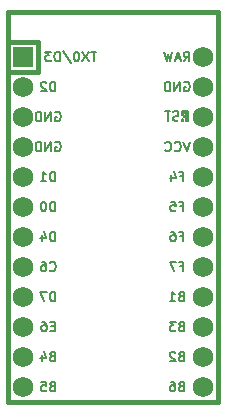
<source format=gbr>
%TF.GenerationSoftware,KiCad,Pcbnew,7.0.7*%
%TF.CreationDate,2023-09-27T07:47:07-06:00*%
%TF.ProjectId,keyboard - left,6b657962-6f61-4726-9420-2d206c656674,rev?*%
%TF.SameCoordinates,Original*%
%TF.FileFunction,Legend,Bot*%
%TF.FilePolarity,Positive*%
%FSLAX46Y46*%
G04 Gerber Fmt 4.6, Leading zero omitted, Abs format (unit mm)*
G04 Created by KiCad (PCBNEW 7.0.7) date 2023-09-27 07:47:07*
%MOMM*%
%LPD*%
G01*
G04 APERTURE LIST*
%ADD10C,0.150000*%
%ADD11C,0.381000*%
%ADD12R,1.752600X1.752600*%
%ADD13C,1.752600*%
G04 APERTURE END LIST*
D10*
X124527666Y-71673247D02*
X124794332Y-71673247D01*
X124794332Y-72092295D02*
X124794332Y-71292295D01*
X124794332Y-71292295D02*
X124413380Y-71292295D01*
X123727666Y-71292295D02*
X124108618Y-71292295D01*
X124108618Y-71292295D02*
X124146714Y-71673247D01*
X124146714Y-71673247D02*
X124108618Y-71635152D01*
X124108618Y-71635152D02*
X124032428Y-71597057D01*
X124032428Y-71597057D02*
X123841952Y-71597057D01*
X123841952Y-71597057D02*
X123765761Y-71635152D01*
X123765761Y-71635152D02*
X123727666Y-71673247D01*
X123727666Y-71673247D02*
X123689571Y-71749438D01*
X123689571Y-71749438D02*
X123689571Y-71939914D01*
X123689571Y-71939914D02*
X123727666Y-72016104D01*
X123727666Y-72016104D02*
X123765761Y-72054200D01*
X123765761Y-72054200D02*
X123841952Y-72092295D01*
X123841952Y-72092295D02*
X124032428Y-72092295D01*
X124032428Y-72092295D02*
X124108618Y-72054200D01*
X124108618Y-72054200D02*
X124146714Y-72016104D01*
X125327666Y-66212295D02*
X125060999Y-67012295D01*
X125060999Y-67012295D02*
X124794333Y-66212295D01*
X124070523Y-66936104D02*
X124108619Y-66974200D01*
X124108619Y-66974200D02*
X124222904Y-67012295D01*
X124222904Y-67012295D02*
X124299095Y-67012295D01*
X124299095Y-67012295D02*
X124413381Y-66974200D01*
X124413381Y-66974200D02*
X124489571Y-66898009D01*
X124489571Y-66898009D02*
X124527666Y-66821819D01*
X124527666Y-66821819D02*
X124565762Y-66669438D01*
X124565762Y-66669438D02*
X124565762Y-66555152D01*
X124565762Y-66555152D02*
X124527666Y-66402771D01*
X124527666Y-66402771D02*
X124489571Y-66326580D01*
X124489571Y-66326580D02*
X124413381Y-66250390D01*
X124413381Y-66250390D02*
X124299095Y-66212295D01*
X124299095Y-66212295D02*
X124222904Y-66212295D01*
X124222904Y-66212295D02*
X124108619Y-66250390D01*
X124108619Y-66250390D02*
X124070523Y-66288485D01*
X123270523Y-66936104D02*
X123308619Y-66974200D01*
X123308619Y-66974200D02*
X123422904Y-67012295D01*
X123422904Y-67012295D02*
X123499095Y-67012295D01*
X123499095Y-67012295D02*
X123613381Y-66974200D01*
X123613381Y-66974200D02*
X123689571Y-66898009D01*
X123689571Y-66898009D02*
X123727666Y-66821819D01*
X123727666Y-66821819D02*
X123765762Y-66669438D01*
X123765762Y-66669438D02*
X123765762Y-66555152D01*
X123765762Y-66555152D02*
X123727666Y-66402771D01*
X123727666Y-66402771D02*
X123689571Y-66326580D01*
X123689571Y-66326580D02*
X123613381Y-66250390D01*
X123613381Y-66250390D02*
X123499095Y-66212295D01*
X123499095Y-66212295D02*
X123422904Y-66212295D01*
X123422904Y-66212295D02*
X123308619Y-66250390D01*
X123308619Y-66250390D02*
X123270523Y-66288485D01*
X113891380Y-81833247D02*
X113624714Y-81833247D01*
X113510428Y-82252295D02*
X113891380Y-82252295D01*
X113891380Y-82252295D02*
X113891380Y-81452295D01*
X113891380Y-81452295D02*
X113510428Y-81452295D01*
X112824713Y-81452295D02*
X112977094Y-81452295D01*
X112977094Y-81452295D02*
X113053285Y-81490390D01*
X113053285Y-81490390D02*
X113091380Y-81528485D01*
X113091380Y-81528485D02*
X113167570Y-81642771D01*
X113167570Y-81642771D02*
X113205666Y-81795152D01*
X113205666Y-81795152D02*
X113205666Y-82099914D01*
X113205666Y-82099914D02*
X113167570Y-82176104D01*
X113167570Y-82176104D02*
X113129475Y-82214200D01*
X113129475Y-82214200D02*
X113053285Y-82252295D01*
X113053285Y-82252295D02*
X112900904Y-82252295D01*
X112900904Y-82252295D02*
X112824713Y-82214200D01*
X112824713Y-82214200D02*
X112786618Y-82176104D01*
X112786618Y-82176104D02*
X112748523Y-82099914D01*
X112748523Y-82099914D02*
X112748523Y-81909438D01*
X112748523Y-81909438D02*
X112786618Y-81833247D01*
X112786618Y-81833247D02*
X112824713Y-81795152D01*
X112824713Y-81795152D02*
X112900904Y-81757057D01*
X112900904Y-81757057D02*
X113053285Y-81757057D01*
X113053285Y-81757057D02*
X113129475Y-81795152D01*
X113129475Y-81795152D02*
X113167570Y-81833247D01*
X113167570Y-81833247D02*
X113205666Y-81909438D01*
X124527666Y-69133247D02*
X124794332Y-69133247D01*
X124794332Y-69552295D02*
X124794332Y-68752295D01*
X124794332Y-68752295D02*
X124413380Y-68752295D01*
X123765761Y-69018961D02*
X123765761Y-69552295D01*
X123956237Y-68714200D02*
X124146714Y-69285628D01*
X124146714Y-69285628D02*
X123651475Y-69285628D01*
X124527666Y-76753247D02*
X124794332Y-76753247D01*
X124794332Y-77172295D02*
X124794332Y-76372295D01*
X124794332Y-76372295D02*
X124413380Y-76372295D01*
X124184809Y-76372295D02*
X123651475Y-76372295D01*
X123651475Y-76372295D02*
X123994333Y-77172295D01*
X113472332Y-77096104D02*
X113510428Y-77134200D01*
X113510428Y-77134200D02*
X113624713Y-77172295D01*
X113624713Y-77172295D02*
X113700904Y-77172295D01*
X113700904Y-77172295D02*
X113815190Y-77134200D01*
X113815190Y-77134200D02*
X113891380Y-77058009D01*
X113891380Y-77058009D02*
X113929475Y-76981819D01*
X113929475Y-76981819D02*
X113967571Y-76829438D01*
X113967571Y-76829438D02*
X113967571Y-76715152D01*
X113967571Y-76715152D02*
X113929475Y-76562771D01*
X113929475Y-76562771D02*
X113891380Y-76486580D01*
X113891380Y-76486580D02*
X113815190Y-76410390D01*
X113815190Y-76410390D02*
X113700904Y-76372295D01*
X113700904Y-76372295D02*
X113624713Y-76372295D01*
X113624713Y-76372295D02*
X113510428Y-76410390D01*
X113510428Y-76410390D02*
X113472332Y-76448485D01*
X112786618Y-76372295D02*
X112938999Y-76372295D01*
X112938999Y-76372295D02*
X113015190Y-76410390D01*
X113015190Y-76410390D02*
X113053285Y-76448485D01*
X113053285Y-76448485D02*
X113129475Y-76562771D01*
X113129475Y-76562771D02*
X113167571Y-76715152D01*
X113167571Y-76715152D02*
X113167571Y-77019914D01*
X113167571Y-77019914D02*
X113129475Y-77096104D01*
X113129475Y-77096104D02*
X113091380Y-77134200D01*
X113091380Y-77134200D02*
X113015190Y-77172295D01*
X113015190Y-77172295D02*
X112862809Y-77172295D01*
X112862809Y-77172295D02*
X112786618Y-77134200D01*
X112786618Y-77134200D02*
X112748523Y-77096104D01*
X112748523Y-77096104D02*
X112710428Y-77019914D01*
X112710428Y-77019914D02*
X112710428Y-76829438D01*
X112710428Y-76829438D02*
X112748523Y-76753247D01*
X112748523Y-76753247D02*
X112786618Y-76715152D01*
X112786618Y-76715152D02*
X112862809Y-76677057D01*
X112862809Y-76677057D02*
X113015190Y-76677057D01*
X113015190Y-76677057D02*
X113091380Y-76715152D01*
X113091380Y-76715152D02*
X113129475Y-76753247D01*
X113129475Y-76753247D02*
X113167571Y-76829438D01*
X124373333Y-64414200D02*
X124259047Y-64452295D01*
X124259047Y-64452295D02*
X124068571Y-64452295D01*
X124068571Y-64452295D02*
X123992380Y-64414200D01*
X123992380Y-64414200D02*
X123954285Y-64376104D01*
X123954285Y-64376104D02*
X123916190Y-64299914D01*
X123916190Y-64299914D02*
X123916190Y-64223723D01*
X123916190Y-64223723D02*
X123954285Y-64147533D01*
X123954285Y-64147533D02*
X123992380Y-64109438D01*
X123992380Y-64109438D02*
X124068571Y-64071342D01*
X124068571Y-64071342D02*
X124220952Y-64033247D01*
X124220952Y-64033247D02*
X124297142Y-63995152D01*
X124297142Y-63995152D02*
X124335237Y-63957057D01*
X124335237Y-63957057D02*
X124373333Y-63880866D01*
X124373333Y-63880866D02*
X124373333Y-63804676D01*
X124373333Y-63804676D02*
X124335237Y-63728485D01*
X124335237Y-63728485D02*
X124297142Y-63690390D01*
X124297142Y-63690390D02*
X124220952Y-63652295D01*
X124220952Y-63652295D02*
X124030475Y-63652295D01*
X124030475Y-63652295D02*
X123916190Y-63690390D01*
X123687618Y-63652295D02*
X123230475Y-63652295D01*
X123459047Y-64452295D02*
X123459047Y-63652295D01*
X124584809Y-81833247D02*
X124470523Y-81871342D01*
X124470523Y-81871342D02*
X124432428Y-81909438D01*
X124432428Y-81909438D02*
X124394332Y-81985628D01*
X124394332Y-81985628D02*
X124394332Y-82099914D01*
X124394332Y-82099914D02*
X124432428Y-82176104D01*
X124432428Y-82176104D02*
X124470523Y-82214200D01*
X124470523Y-82214200D02*
X124546713Y-82252295D01*
X124546713Y-82252295D02*
X124851475Y-82252295D01*
X124851475Y-82252295D02*
X124851475Y-81452295D01*
X124851475Y-81452295D02*
X124584809Y-81452295D01*
X124584809Y-81452295D02*
X124508618Y-81490390D01*
X124508618Y-81490390D02*
X124470523Y-81528485D01*
X124470523Y-81528485D02*
X124432428Y-81604676D01*
X124432428Y-81604676D02*
X124432428Y-81680866D01*
X124432428Y-81680866D02*
X124470523Y-81757057D01*
X124470523Y-81757057D02*
X124508618Y-81795152D01*
X124508618Y-81795152D02*
X124584809Y-81833247D01*
X124584809Y-81833247D02*
X124851475Y-81833247D01*
X124127666Y-81452295D02*
X123632428Y-81452295D01*
X123632428Y-81452295D02*
X123899094Y-81757057D01*
X123899094Y-81757057D02*
X123784809Y-81757057D01*
X123784809Y-81757057D02*
X123708618Y-81795152D01*
X123708618Y-81795152D02*
X123670523Y-81833247D01*
X123670523Y-81833247D02*
X123632428Y-81909438D01*
X123632428Y-81909438D02*
X123632428Y-82099914D01*
X123632428Y-82099914D02*
X123670523Y-82176104D01*
X123670523Y-82176104D02*
X123708618Y-82214200D01*
X123708618Y-82214200D02*
X123784809Y-82252295D01*
X123784809Y-82252295D02*
X124013380Y-82252295D01*
X124013380Y-82252295D02*
X124089571Y-82214200D01*
X124089571Y-82214200D02*
X124127666Y-82176104D01*
X113662809Y-84373247D02*
X113548523Y-84411342D01*
X113548523Y-84411342D02*
X113510428Y-84449438D01*
X113510428Y-84449438D02*
X113472332Y-84525628D01*
X113472332Y-84525628D02*
X113472332Y-84639914D01*
X113472332Y-84639914D02*
X113510428Y-84716104D01*
X113510428Y-84716104D02*
X113548523Y-84754200D01*
X113548523Y-84754200D02*
X113624713Y-84792295D01*
X113624713Y-84792295D02*
X113929475Y-84792295D01*
X113929475Y-84792295D02*
X113929475Y-83992295D01*
X113929475Y-83992295D02*
X113662809Y-83992295D01*
X113662809Y-83992295D02*
X113586618Y-84030390D01*
X113586618Y-84030390D02*
X113548523Y-84068485D01*
X113548523Y-84068485D02*
X113510428Y-84144676D01*
X113510428Y-84144676D02*
X113510428Y-84220866D01*
X113510428Y-84220866D02*
X113548523Y-84297057D01*
X113548523Y-84297057D02*
X113586618Y-84335152D01*
X113586618Y-84335152D02*
X113662809Y-84373247D01*
X113662809Y-84373247D02*
X113929475Y-84373247D01*
X112786618Y-84258961D02*
X112786618Y-84792295D01*
X112977094Y-83954200D02*
X113167571Y-84525628D01*
X113167571Y-84525628D02*
X112672332Y-84525628D01*
X124527666Y-74213247D02*
X124794332Y-74213247D01*
X124794332Y-74632295D02*
X124794332Y-73832295D01*
X124794332Y-73832295D02*
X124413380Y-73832295D01*
X123765761Y-73832295D02*
X123918142Y-73832295D01*
X123918142Y-73832295D02*
X123994333Y-73870390D01*
X123994333Y-73870390D02*
X124032428Y-73908485D01*
X124032428Y-73908485D02*
X124108618Y-74022771D01*
X124108618Y-74022771D02*
X124146714Y-74175152D01*
X124146714Y-74175152D02*
X124146714Y-74479914D01*
X124146714Y-74479914D02*
X124108618Y-74556104D01*
X124108618Y-74556104D02*
X124070523Y-74594200D01*
X124070523Y-74594200D02*
X123994333Y-74632295D01*
X123994333Y-74632295D02*
X123841952Y-74632295D01*
X123841952Y-74632295D02*
X123765761Y-74594200D01*
X123765761Y-74594200D02*
X123727666Y-74556104D01*
X123727666Y-74556104D02*
X123689571Y-74479914D01*
X123689571Y-74479914D02*
X123689571Y-74289438D01*
X123689571Y-74289438D02*
X123727666Y-74213247D01*
X123727666Y-74213247D02*
X123765761Y-74175152D01*
X123765761Y-74175152D02*
X123841952Y-74137057D01*
X123841952Y-74137057D02*
X123994333Y-74137057D01*
X123994333Y-74137057D02*
X124070523Y-74175152D01*
X124070523Y-74175152D02*
X124108618Y-74213247D01*
X124108618Y-74213247D02*
X124146714Y-74289438D01*
X113929475Y-74632295D02*
X113929475Y-73832295D01*
X113929475Y-73832295D02*
X113738999Y-73832295D01*
X113738999Y-73832295D02*
X113624713Y-73870390D01*
X113624713Y-73870390D02*
X113548523Y-73946580D01*
X113548523Y-73946580D02*
X113510428Y-74022771D01*
X113510428Y-74022771D02*
X113472332Y-74175152D01*
X113472332Y-74175152D02*
X113472332Y-74289438D01*
X113472332Y-74289438D02*
X113510428Y-74441819D01*
X113510428Y-74441819D02*
X113548523Y-74518009D01*
X113548523Y-74518009D02*
X113624713Y-74594200D01*
X113624713Y-74594200D02*
X113738999Y-74632295D01*
X113738999Y-74632295D02*
X113929475Y-74632295D01*
X112786618Y-74098961D02*
X112786618Y-74632295D01*
X112977094Y-73794200D02*
X113167571Y-74365628D01*
X113167571Y-74365628D02*
X112672332Y-74365628D01*
X124813380Y-59392295D02*
X125080047Y-59011342D01*
X125270523Y-59392295D02*
X125270523Y-58592295D01*
X125270523Y-58592295D02*
X124965761Y-58592295D01*
X124965761Y-58592295D02*
X124889571Y-58630390D01*
X124889571Y-58630390D02*
X124851476Y-58668485D01*
X124851476Y-58668485D02*
X124813380Y-58744676D01*
X124813380Y-58744676D02*
X124813380Y-58858961D01*
X124813380Y-58858961D02*
X124851476Y-58935152D01*
X124851476Y-58935152D02*
X124889571Y-58973247D01*
X124889571Y-58973247D02*
X124965761Y-59011342D01*
X124965761Y-59011342D02*
X125270523Y-59011342D01*
X124508619Y-59163723D02*
X124127666Y-59163723D01*
X124584809Y-59392295D02*
X124318142Y-58592295D01*
X124318142Y-58592295D02*
X124051476Y-59392295D01*
X123861000Y-58592295D02*
X123670524Y-59392295D01*
X123670524Y-59392295D02*
X123518143Y-58820866D01*
X123518143Y-58820866D02*
X123365762Y-59392295D01*
X123365762Y-59392295D02*
X123175286Y-58592295D01*
X113929475Y-72092295D02*
X113929475Y-71292295D01*
X113929475Y-71292295D02*
X113738999Y-71292295D01*
X113738999Y-71292295D02*
X113624713Y-71330390D01*
X113624713Y-71330390D02*
X113548523Y-71406580D01*
X113548523Y-71406580D02*
X113510428Y-71482771D01*
X113510428Y-71482771D02*
X113472332Y-71635152D01*
X113472332Y-71635152D02*
X113472332Y-71749438D01*
X113472332Y-71749438D02*
X113510428Y-71901819D01*
X113510428Y-71901819D02*
X113548523Y-71978009D01*
X113548523Y-71978009D02*
X113624713Y-72054200D01*
X113624713Y-72054200D02*
X113738999Y-72092295D01*
X113738999Y-72092295D02*
X113929475Y-72092295D01*
X112977094Y-71292295D02*
X112900904Y-71292295D01*
X112900904Y-71292295D02*
X112824713Y-71330390D01*
X112824713Y-71330390D02*
X112786618Y-71368485D01*
X112786618Y-71368485D02*
X112748523Y-71444676D01*
X112748523Y-71444676D02*
X112710428Y-71597057D01*
X112710428Y-71597057D02*
X112710428Y-71787533D01*
X112710428Y-71787533D02*
X112748523Y-71939914D01*
X112748523Y-71939914D02*
X112786618Y-72016104D01*
X112786618Y-72016104D02*
X112824713Y-72054200D01*
X112824713Y-72054200D02*
X112900904Y-72092295D01*
X112900904Y-72092295D02*
X112977094Y-72092295D01*
X112977094Y-72092295D02*
X113053285Y-72054200D01*
X113053285Y-72054200D02*
X113091380Y-72016104D01*
X113091380Y-72016104D02*
X113129475Y-71939914D01*
X113129475Y-71939914D02*
X113167571Y-71787533D01*
X113167571Y-71787533D02*
X113167571Y-71597057D01*
X113167571Y-71597057D02*
X113129475Y-71444676D01*
X113129475Y-71444676D02*
X113091380Y-71368485D01*
X113091380Y-71368485D02*
X113053285Y-71330390D01*
X113053285Y-71330390D02*
X112977094Y-71292295D01*
X113929475Y-79712295D02*
X113929475Y-78912295D01*
X113929475Y-78912295D02*
X113738999Y-78912295D01*
X113738999Y-78912295D02*
X113624713Y-78950390D01*
X113624713Y-78950390D02*
X113548523Y-79026580D01*
X113548523Y-79026580D02*
X113510428Y-79102771D01*
X113510428Y-79102771D02*
X113472332Y-79255152D01*
X113472332Y-79255152D02*
X113472332Y-79369438D01*
X113472332Y-79369438D02*
X113510428Y-79521819D01*
X113510428Y-79521819D02*
X113548523Y-79598009D01*
X113548523Y-79598009D02*
X113624713Y-79674200D01*
X113624713Y-79674200D02*
X113738999Y-79712295D01*
X113738999Y-79712295D02*
X113929475Y-79712295D01*
X113205666Y-78912295D02*
X112672332Y-78912295D01*
X112672332Y-78912295D02*
X113015190Y-79712295D01*
X113662809Y-86913247D02*
X113548523Y-86951342D01*
X113548523Y-86951342D02*
X113510428Y-86989438D01*
X113510428Y-86989438D02*
X113472332Y-87065628D01*
X113472332Y-87065628D02*
X113472332Y-87179914D01*
X113472332Y-87179914D02*
X113510428Y-87256104D01*
X113510428Y-87256104D02*
X113548523Y-87294200D01*
X113548523Y-87294200D02*
X113624713Y-87332295D01*
X113624713Y-87332295D02*
X113929475Y-87332295D01*
X113929475Y-87332295D02*
X113929475Y-86532295D01*
X113929475Y-86532295D02*
X113662809Y-86532295D01*
X113662809Y-86532295D02*
X113586618Y-86570390D01*
X113586618Y-86570390D02*
X113548523Y-86608485D01*
X113548523Y-86608485D02*
X113510428Y-86684676D01*
X113510428Y-86684676D02*
X113510428Y-86760866D01*
X113510428Y-86760866D02*
X113548523Y-86837057D01*
X113548523Y-86837057D02*
X113586618Y-86875152D01*
X113586618Y-86875152D02*
X113662809Y-86913247D01*
X113662809Y-86913247D02*
X113929475Y-86913247D01*
X112748523Y-86532295D02*
X113129475Y-86532295D01*
X113129475Y-86532295D02*
X113167571Y-86913247D01*
X113167571Y-86913247D02*
X113129475Y-86875152D01*
X113129475Y-86875152D02*
X113053285Y-86837057D01*
X113053285Y-86837057D02*
X112862809Y-86837057D01*
X112862809Y-86837057D02*
X112786618Y-86875152D01*
X112786618Y-86875152D02*
X112748523Y-86913247D01*
X112748523Y-86913247D02*
X112710428Y-86989438D01*
X112710428Y-86989438D02*
X112710428Y-87179914D01*
X112710428Y-87179914D02*
X112748523Y-87256104D01*
X112748523Y-87256104D02*
X112786618Y-87294200D01*
X112786618Y-87294200D02*
X112862809Y-87332295D01*
X112862809Y-87332295D02*
X113053285Y-87332295D01*
X113053285Y-87332295D02*
X113129475Y-87294200D01*
X113129475Y-87294200D02*
X113167571Y-87256104D01*
X113948523Y-66250390D02*
X114024713Y-66212295D01*
X114024713Y-66212295D02*
X114138999Y-66212295D01*
X114138999Y-66212295D02*
X114253285Y-66250390D01*
X114253285Y-66250390D02*
X114329475Y-66326580D01*
X114329475Y-66326580D02*
X114367570Y-66402771D01*
X114367570Y-66402771D02*
X114405666Y-66555152D01*
X114405666Y-66555152D02*
X114405666Y-66669438D01*
X114405666Y-66669438D02*
X114367570Y-66821819D01*
X114367570Y-66821819D02*
X114329475Y-66898009D01*
X114329475Y-66898009D02*
X114253285Y-66974200D01*
X114253285Y-66974200D02*
X114138999Y-67012295D01*
X114138999Y-67012295D02*
X114062808Y-67012295D01*
X114062808Y-67012295D02*
X113948523Y-66974200D01*
X113948523Y-66974200D02*
X113910427Y-66936104D01*
X113910427Y-66936104D02*
X113910427Y-66669438D01*
X113910427Y-66669438D02*
X114062808Y-66669438D01*
X113567570Y-67012295D02*
X113567570Y-66212295D01*
X113567570Y-66212295D02*
X113110427Y-67012295D01*
X113110427Y-67012295D02*
X113110427Y-66212295D01*
X112729475Y-67012295D02*
X112729475Y-66212295D01*
X112729475Y-66212295D02*
X112538999Y-66212295D01*
X112538999Y-66212295D02*
X112424713Y-66250390D01*
X112424713Y-66250390D02*
X112348523Y-66326580D01*
X112348523Y-66326580D02*
X112310428Y-66402771D01*
X112310428Y-66402771D02*
X112272332Y-66555152D01*
X112272332Y-66555152D02*
X112272332Y-66669438D01*
X112272332Y-66669438D02*
X112310428Y-66821819D01*
X112310428Y-66821819D02*
X112348523Y-66898009D01*
X112348523Y-66898009D02*
X112424713Y-66974200D01*
X112424713Y-66974200D02*
X112538999Y-67012295D01*
X112538999Y-67012295D02*
X112729475Y-67012295D01*
X124584809Y-79293247D02*
X124470523Y-79331342D01*
X124470523Y-79331342D02*
X124432428Y-79369438D01*
X124432428Y-79369438D02*
X124394332Y-79445628D01*
X124394332Y-79445628D02*
X124394332Y-79559914D01*
X124394332Y-79559914D02*
X124432428Y-79636104D01*
X124432428Y-79636104D02*
X124470523Y-79674200D01*
X124470523Y-79674200D02*
X124546713Y-79712295D01*
X124546713Y-79712295D02*
X124851475Y-79712295D01*
X124851475Y-79712295D02*
X124851475Y-78912295D01*
X124851475Y-78912295D02*
X124584809Y-78912295D01*
X124584809Y-78912295D02*
X124508618Y-78950390D01*
X124508618Y-78950390D02*
X124470523Y-78988485D01*
X124470523Y-78988485D02*
X124432428Y-79064676D01*
X124432428Y-79064676D02*
X124432428Y-79140866D01*
X124432428Y-79140866D02*
X124470523Y-79217057D01*
X124470523Y-79217057D02*
X124508618Y-79255152D01*
X124508618Y-79255152D02*
X124584809Y-79293247D01*
X124584809Y-79293247D02*
X124851475Y-79293247D01*
X123632428Y-79712295D02*
X124089571Y-79712295D01*
X123860999Y-79712295D02*
X123860999Y-78912295D01*
X123860999Y-78912295D02*
X123937190Y-79026580D01*
X123937190Y-79026580D02*
X124013380Y-79102771D01*
X124013380Y-79102771D02*
X124089571Y-79140866D01*
X113929475Y-69552295D02*
X113929475Y-68752295D01*
X113929475Y-68752295D02*
X113738999Y-68752295D01*
X113738999Y-68752295D02*
X113624713Y-68790390D01*
X113624713Y-68790390D02*
X113548523Y-68866580D01*
X113548523Y-68866580D02*
X113510428Y-68942771D01*
X113510428Y-68942771D02*
X113472332Y-69095152D01*
X113472332Y-69095152D02*
X113472332Y-69209438D01*
X113472332Y-69209438D02*
X113510428Y-69361819D01*
X113510428Y-69361819D02*
X113548523Y-69438009D01*
X113548523Y-69438009D02*
X113624713Y-69514200D01*
X113624713Y-69514200D02*
X113738999Y-69552295D01*
X113738999Y-69552295D02*
X113929475Y-69552295D01*
X112710428Y-69552295D02*
X113167571Y-69552295D01*
X112938999Y-69552295D02*
X112938999Y-68752295D01*
X112938999Y-68752295D02*
X113015190Y-68866580D01*
X113015190Y-68866580D02*
X113091380Y-68942771D01*
X113091380Y-68942771D02*
X113167571Y-68980866D01*
X117418604Y-58592295D02*
X116961461Y-58592295D01*
X117190033Y-59392295D02*
X117190033Y-58592295D01*
X116770985Y-58592295D02*
X116237651Y-59392295D01*
X116237651Y-58592295D02*
X116770985Y-59392295D01*
X115780508Y-58592295D02*
X115704318Y-58592295D01*
X115704318Y-58592295D02*
X115628127Y-58630390D01*
X115628127Y-58630390D02*
X115590032Y-58668485D01*
X115590032Y-58668485D02*
X115551937Y-58744676D01*
X115551937Y-58744676D02*
X115513842Y-58897057D01*
X115513842Y-58897057D02*
X115513842Y-59087533D01*
X115513842Y-59087533D02*
X115551937Y-59239914D01*
X115551937Y-59239914D02*
X115590032Y-59316104D01*
X115590032Y-59316104D02*
X115628127Y-59354200D01*
X115628127Y-59354200D02*
X115704318Y-59392295D01*
X115704318Y-59392295D02*
X115780508Y-59392295D01*
X115780508Y-59392295D02*
X115856699Y-59354200D01*
X115856699Y-59354200D02*
X115894794Y-59316104D01*
X115894794Y-59316104D02*
X115932889Y-59239914D01*
X115932889Y-59239914D02*
X115970985Y-59087533D01*
X115970985Y-59087533D02*
X115970985Y-58897057D01*
X115970985Y-58897057D02*
X115932889Y-58744676D01*
X115932889Y-58744676D02*
X115894794Y-58668485D01*
X115894794Y-58668485D02*
X115856699Y-58630390D01*
X115856699Y-58630390D02*
X115780508Y-58592295D01*
X114599556Y-58554200D02*
X115285270Y-59582771D01*
X114332889Y-59392295D02*
X114332889Y-58592295D01*
X114332889Y-58592295D02*
X114142413Y-58592295D01*
X114142413Y-58592295D02*
X114028127Y-58630390D01*
X114028127Y-58630390D02*
X113951937Y-58706580D01*
X113951937Y-58706580D02*
X113913842Y-58782771D01*
X113913842Y-58782771D02*
X113875746Y-58935152D01*
X113875746Y-58935152D02*
X113875746Y-59049438D01*
X113875746Y-59049438D02*
X113913842Y-59201819D01*
X113913842Y-59201819D02*
X113951937Y-59278009D01*
X113951937Y-59278009D02*
X114028127Y-59354200D01*
X114028127Y-59354200D02*
X114142413Y-59392295D01*
X114142413Y-59392295D02*
X114332889Y-59392295D01*
X113609080Y-58592295D02*
X113113842Y-58592295D01*
X113113842Y-58592295D02*
X113380508Y-58897057D01*
X113380508Y-58897057D02*
X113266223Y-58897057D01*
X113266223Y-58897057D02*
X113190032Y-58935152D01*
X113190032Y-58935152D02*
X113151937Y-58973247D01*
X113151937Y-58973247D02*
X113113842Y-59049438D01*
X113113842Y-59049438D02*
X113113842Y-59239914D01*
X113113842Y-59239914D02*
X113151937Y-59316104D01*
X113151937Y-59316104D02*
X113190032Y-59354200D01*
X113190032Y-59354200D02*
X113266223Y-59392295D01*
X113266223Y-59392295D02*
X113494794Y-59392295D01*
X113494794Y-59392295D02*
X113570985Y-59354200D01*
X113570985Y-59354200D02*
X113609080Y-59316104D01*
X124870523Y-61170390D02*
X124946713Y-61132295D01*
X124946713Y-61132295D02*
X125060999Y-61132295D01*
X125060999Y-61132295D02*
X125175285Y-61170390D01*
X125175285Y-61170390D02*
X125251475Y-61246580D01*
X125251475Y-61246580D02*
X125289570Y-61322771D01*
X125289570Y-61322771D02*
X125327666Y-61475152D01*
X125327666Y-61475152D02*
X125327666Y-61589438D01*
X125327666Y-61589438D02*
X125289570Y-61741819D01*
X125289570Y-61741819D02*
X125251475Y-61818009D01*
X125251475Y-61818009D02*
X125175285Y-61894200D01*
X125175285Y-61894200D02*
X125060999Y-61932295D01*
X125060999Y-61932295D02*
X124984808Y-61932295D01*
X124984808Y-61932295D02*
X124870523Y-61894200D01*
X124870523Y-61894200D02*
X124832427Y-61856104D01*
X124832427Y-61856104D02*
X124832427Y-61589438D01*
X124832427Y-61589438D02*
X124984808Y-61589438D01*
X124489570Y-61932295D02*
X124489570Y-61132295D01*
X124489570Y-61132295D02*
X124032427Y-61932295D01*
X124032427Y-61932295D02*
X124032427Y-61132295D01*
X123651475Y-61932295D02*
X123651475Y-61132295D01*
X123651475Y-61132295D02*
X123460999Y-61132295D01*
X123460999Y-61132295D02*
X123346713Y-61170390D01*
X123346713Y-61170390D02*
X123270523Y-61246580D01*
X123270523Y-61246580D02*
X123232428Y-61322771D01*
X123232428Y-61322771D02*
X123194332Y-61475152D01*
X123194332Y-61475152D02*
X123194332Y-61589438D01*
X123194332Y-61589438D02*
X123232428Y-61741819D01*
X123232428Y-61741819D02*
X123270523Y-61818009D01*
X123270523Y-61818009D02*
X123346713Y-61894200D01*
X123346713Y-61894200D02*
X123460999Y-61932295D01*
X123460999Y-61932295D02*
X123651475Y-61932295D01*
X113948523Y-63710390D02*
X114024713Y-63672295D01*
X114024713Y-63672295D02*
X114138999Y-63672295D01*
X114138999Y-63672295D02*
X114253285Y-63710390D01*
X114253285Y-63710390D02*
X114329475Y-63786580D01*
X114329475Y-63786580D02*
X114367570Y-63862771D01*
X114367570Y-63862771D02*
X114405666Y-64015152D01*
X114405666Y-64015152D02*
X114405666Y-64129438D01*
X114405666Y-64129438D02*
X114367570Y-64281819D01*
X114367570Y-64281819D02*
X114329475Y-64358009D01*
X114329475Y-64358009D02*
X114253285Y-64434200D01*
X114253285Y-64434200D02*
X114138999Y-64472295D01*
X114138999Y-64472295D02*
X114062808Y-64472295D01*
X114062808Y-64472295D02*
X113948523Y-64434200D01*
X113948523Y-64434200D02*
X113910427Y-64396104D01*
X113910427Y-64396104D02*
X113910427Y-64129438D01*
X113910427Y-64129438D02*
X114062808Y-64129438D01*
X113567570Y-64472295D02*
X113567570Y-63672295D01*
X113567570Y-63672295D02*
X113110427Y-64472295D01*
X113110427Y-64472295D02*
X113110427Y-63672295D01*
X112729475Y-64472295D02*
X112729475Y-63672295D01*
X112729475Y-63672295D02*
X112538999Y-63672295D01*
X112538999Y-63672295D02*
X112424713Y-63710390D01*
X112424713Y-63710390D02*
X112348523Y-63786580D01*
X112348523Y-63786580D02*
X112310428Y-63862771D01*
X112310428Y-63862771D02*
X112272332Y-64015152D01*
X112272332Y-64015152D02*
X112272332Y-64129438D01*
X112272332Y-64129438D02*
X112310428Y-64281819D01*
X112310428Y-64281819D02*
X112348523Y-64358009D01*
X112348523Y-64358009D02*
X112424713Y-64434200D01*
X112424713Y-64434200D02*
X112538999Y-64472295D01*
X112538999Y-64472295D02*
X112729475Y-64472295D01*
X124584809Y-86913247D02*
X124470523Y-86951342D01*
X124470523Y-86951342D02*
X124432428Y-86989438D01*
X124432428Y-86989438D02*
X124394332Y-87065628D01*
X124394332Y-87065628D02*
X124394332Y-87179914D01*
X124394332Y-87179914D02*
X124432428Y-87256104D01*
X124432428Y-87256104D02*
X124470523Y-87294200D01*
X124470523Y-87294200D02*
X124546713Y-87332295D01*
X124546713Y-87332295D02*
X124851475Y-87332295D01*
X124851475Y-87332295D02*
X124851475Y-86532295D01*
X124851475Y-86532295D02*
X124584809Y-86532295D01*
X124584809Y-86532295D02*
X124508618Y-86570390D01*
X124508618Y-86570390D02*
X124470523Y-86608485D01*
X124470523Y-86608485D02*
X124432428Y-86684676D01*
X124432428Y-86684676D02*
X124432428Y-86760866D01*
X124432428Y-86760866D02*
X124470523Y-86837057D01*
X124470523Y-86837057D02*
X124508618Y-86875152D01*
X124508618Y-86875152D02*
X124584809Y-86913247D01*
X124584809Y-86913247D02*
X124851475Y-86913247D01*
X123708618Y-86532295D02*
X123860999Y-86532295D01*
X123860999Y-86532295D02*
X123937190Y-86570390D01*
X123937190Y-86570390D02*
X123975285Y-86608485D01*
X123975285Y-86608485D02*
X124051475Y-86722771D01*
X124051475Y-86722771D02*
X124089571Y-86875152D01*
X124089571Y-86875152D02*
X124089571Y-87179914D01*
X124089571Y-87179914D02*
X124051475Y-87256104D01*
X124051475Y-87256104D02*
X124013380Y-87294200D01*
X124013380Y-87294200D02*
X123937190Y-87332295D01*
X123937190Y-87332295D02*
X123784809Y-87332295D01*
X123784809Y-87332295D02*
X123708618Y-87294200D01*
X123708618Y-87294200D02*
X123670523Y-87256104D01*
X123670523Y-87256104D02*
X123632428Y-87179914D01*
X123632428Y-87179914D02*
X123632428Y-86989438D01*
X123632428Y-86989438D02*
X123670523Y-86913247D01*
X123670523Y-86913247D02*
X123708618Y-86875152D01*
X123708618Y-86875152D02*
X123784809Y-86837057D01*
X123784809Y-86837057D02*
X123937190Y-86837057D01*
X123937190Y-86837057D02*
X124013380Y-86875152D01*
X124013380Y-86875152D02*
X124051475Y-86913247D01*
X124051475Y-86913247D02*
X124089571Y-86989438D01*
X113929475Y-61932295D02*
X113929475Y-61132295D01*
X113929475Y-61132295D02*
X113738999Y-61132295D01*
X113738999Y-61132295D02*
X113624713Y-61170390D01*
X113624713Y-61170390D02*
X113548523Y-61246580D01*
X113548523Y-61246580D02*
X113510428Y-61322771D01*
X113510428Y-61322771D02*
X113472332Y-61475152D01*
X113472332Y-61475152D02*
X113472332Y-61589438D01*
X113472332Y-61589438D02*
X113510428Y-61741819D01*
X113510428Y-61741819D02*
X113548523Y-61818009D01*
X113548523Y-61818009D02*
X113624713Y-61894200D01*
X113624713Y-61894200D02*
X113738999Y-61932295D01*
X113738999Y-61932295D02*
X113929475Y-61932295D01*
X113167571Y-61208485D02*
X113129475Y-61170390D01*
X113129475Y-61170390D02*
X113053285Y-61132295D01*
X113053285Y-61132295D02*
X112862809Y-61132295D01*
X112862809Y-61132295D02*
X112786618Y-61170390D01*
X112786618Y-61170390D02*
X112748523Y-61208485D01*
X112748523Y-61208485D02*
X112710428Y-61284676D01*
X112710428Y-61284676D02*
X112710428Y-61360866D01*
X112710428Y-61360866D02*
X112748523Y-61475152D01*
X112748523Y-61475152D02*
X113205666Y-61932295D01*
X113205666Y-61932295D02*
X112710428Y-61932295D01*
X124584809Y-84373247D02*
X124470523Y-84411342D01*
X124470523Y-84411342D02*
X124432428Y-84449438D01*
X124432428Y-84449438D02*
X124394332Y-84525628D01*
X124394332Y-84525628D02*
X124394332Y-84639914D01*
X124394332Y-84639914D02*
X124432428Y-84716104D01*
X124432428Y-84716104D02*
X124470523Y-84754200D01*
X124470523Y-84754200D02*
X124546713Y-84792295D01*
X124546713Y-84792295D02*
X124851475Y-84792295D01*
X124851475Y-84792295D02*
X124851475Y-83992295D01*
X124851475Y-83992295D02*
X124584809Y-83992295D01*
X124584809Y-83992295D02*
X124508618Y-84030390D01*
X124508618Y-84030390D02*
X124470523Y-84068485D01*
X124470523Y-84068485D02*
X124432428Y-84144676D01*
X124432428Y-84144676D02*
X124432428Y-84220866D01*
X124432428Y-84220866D02*
X124470523Y-84297057D01*
X124470523Y-84297057D02*
X124508618Y-84335152D01*
X124508618Y-84335152D02*
X124584809Y-84373247D01*
X124584809Y-84373247D02*
X124851475Y-84373247D01*
X124089571Y-84068485D02*
X124051475Y-84030390D01*
X124051475Y-84030390D02*
X123975285Y-83992295D01*
X123975285Y-83992295D02*
X123784809Y-83992295D01*
X123784809Y-83992295D02*
X123708618Y-84030390D01*
X123708618Y-84030390D02*
X123670523Y-84068485D01*
X123670523Y-84068485D02*
X123632428Y-84144676D01*
X123632428Y-84144676D02*
X123632428Y-84220866D01*
X123632428Y-84220866D02*
X123670523Y-84335152D01*
X123670523Y-84335152D02*
X124127666Y-84792295D01*
X124127666Y-84792295D02*
X123632428Y-84792295D01*
D11*
%TO.C,U2*%
X127690000Y-55220000D02*
X109910000Y-55220000D01*
X109910000Y-55220000D02*
X109910000Y-88240000D01*
X112450000Y-57760000D02*
X109910000Y-57760000D01*
X112450000Y-57760000D02*
X112450000Y-60300000D01*
X112450000Y-60300000D02*
X109910000Y-60300000D01*
X127690000Y-88240000D02*
X127690000Y-55220000D01*
X109910000Y-88240000D02*
X127690000Y-88240000D01*
D10*
X125144635Y-64449030D02*
X125044635Y-64449030D01*
X125044635Y-63649030D01*
X125144635Y-63649030D01*
X125144635Y-64449030D01*
G36*
X125144635Y-64449030D02*
G01*
X125044635Y-64449030D01*
X125044635Y-63649030D01*
X125144635Y-63649030D01*
X125144635Y-64449030D01*
G37*
X125144635Y-63749030D02*
X124644635Y-63749030D01*
X124644635Y-63649030D01*
X125144635Y-63649030D01*
X125144635Y-63749030D01*
G36*
X125144635Y-63749030D02*
G01*
X124644635Y-63749030D01*
X124644635Y-63649030D01*
X125144635Y-63649030D01*
X125144635Y-63749030D01*
G37*
X124744635Y-63949030D02*
X124644635Y-63949030D01*
X124644635Y-63649030D01*
X124744635Y-63649030D01*
X124744635Y-63949030D01*
G36*
X124744635Y-63949030D02*
G01*
X124644635Y-63949030D01*
X124644635Y-63649030D01*
X124744635Y-63649030D01*
X124744635Y-63949030D01*
G37*
X124944635Y-64149030D02*
X124844635Y-64149030D01*
X124844635Y-64049030D01*
X124944635Y-64049030D01*
X124944635Y-64149030D01*
G36*
X124944635Y-64149030D02*
G01*
X124844635Y-64149030D01*
X124844635Y-64049030D01*
X124944635Y-64049030D01*
X124944635Y-64149030D01*
G37*
X124744635Y-64449030D02*
X124644635Y-64449030D01*
X124644635Y-64249030D01*
X124744635Y-64249030D01*
X124744635Y-64449030D01*
G36*
X124744635Y-64449030D02*
G01*
X124644635Y-64449030D01*
X124644635Y-64249030D01*
X124744635Y-64249030D01*
X124744635Y-64449030D01*
G37*
%TD*%
D12*
%TO.C,U2*%
X111180000Y-59030000D03*
D13*
X111180000Y-61570000D03*
X111180000Y-64110000D03*
X111180000Y-66650000D03*
X111180000Y-69190000D03*
X111180000Y-71730000D03*
X111180000Y-74270000D03*
X111180000Y-76810000D03*
X111180000Y-79350000D03*
X111180000Y-81890000D03*
X111180000Y-84430000D03*
X111180000Y-86970000D03*
X126420000Y-86970000D03*
X126420000Y-84430000D03*
X126420000Y-81890000D03*
X126420000Y-79350000D03*
X126420000Y-76810000D03*
X126420000Y-74270000D03*
X126420000Y-71730000D03*
X126420000Y-69190000D03*
X126420000Y-66650000D03*
X126420000Y-64110000D03*
X126420000Y-61570000D03*
X126420000Y-59030000D03*
%TD*%
M02*

</source>
